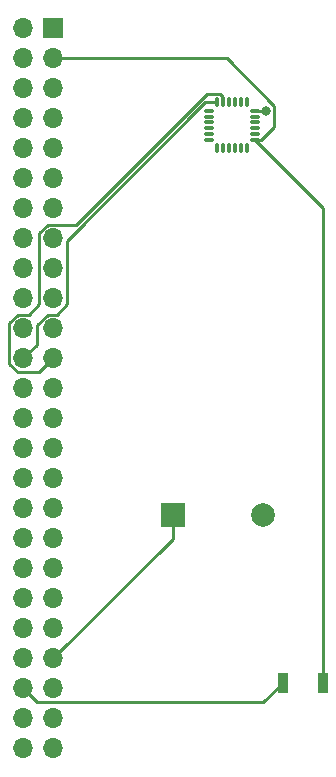
<source format=gbr>
%TF.GenerationSoftware,KiCad,Pcbnew,7.0.1-0*%
%TF.CreationDate,2023-05-31T17:03:07-06:00*%
%TF.ProjectId,STM32f4 Motion Sensor Shield,53544d33-3266-4342-904d-6f74696f6e20,rev?*%
%TF.SameCoordinates,Original*%
%TF.FileFunction,Copper,L1,Top*%
%TF.FilePolarity,Positive*%
%FSLAX46Y46*%
G04 Gerber Fmt 4.6, Leading zero omitted, Abs format (unit mm)*
G04 Created by KiCad (PCBNEW 7.0.1-0) date 2023-05-31 17:03:07*
%MOMM*%
%LPD*%
G01*
G04 APERTURE LIST*
G04 Aperture macros list*
%AMRoundRect*
0 Rectangle with rounded corners*
0 $1 Rounding radius*
0 $2 $3 $4 $5 $6 $7 $8 $9 X,Y pos of 4 corners*
0 Add a 4 corners polygon primitive as box body*
4,1,4,$2,$3,$4,$5,$6,$7,$8,$9,$2,$3,0*
0 Add four circle primitives for the rounded corners*
1,1,$1+$1,$2,$3*
1,1,$1+$1,$4,$5*
1,1,$1+$1,$6,$7*
1,1,$1+$1,$8,$9*
0 Add four rect primitives between the rounded corners*
20,1,$1+$1,$2,$3,$4,$5,0*
20,1,$1+$1,$4,$5,$6,$7,0*
20,1,$1+$1,$6,$7,$8,$9,0*
20,1,$1+$1,$8,$9,$2,$3,0*%
G04 Aperture macros list end*
%TA.AperFunction,SMDPad,CuDef*%
%ADD10RoundRect,0.075000X0.075000X-0.350000X0.075000X0.350000X-0.075000X0.350000X-0.075000X-0.350000X0*%
%TD*%
%TA.AperFunction,SMDPad,CuDef*%
%ADD11RoundRect,0.075000X-0.350000X-0.075000X0.350000X-0.075000X0.350000X0.075000X-0.350000X0.075000X0*%
%TD*%
%TA.AperFunction,SMDPad,CuDef*%
%ADD12R,0.900000X1.700000*%
%TD*%
%TA.AperFunction,ComponentPad*%
%ADD13R,1.700000X1.700000*%
%TD*%
%TA.AperFunction,ComponentPad*%
%ADD14O,1.700000X1.700000*%
%TD*%
%TA.AperFunction,ComponentPad*%
%ADD15C,2.000000*%
%TD*%
%TA.AperFunction,ComponentPad*%
%ADD16R,2.000000X2.000000*%
%TD*%
%TA.AperFunction,ViaPad*%
%ADD17C,0.800000*%
%TD*%
%TA.AperFunction,Conductor*%
%ADD18C,0.250000*%
%TD*%
G04 APERTURE END LIST*
D10*
%TO.P,U1,24,SDA*%
%TO.N,SDA*%
X178000000Y-61250000D03*
%TO.P,U1,23,SCL*%
%TO.N,SCL*%
X178500000Y-61250000D03*
%TO.P,U1,22,RESV*%
%TO.N,unconnected-(U1-RESV-Pad22)*%
X179000000Y-61250000D03*
%TO.P,U1,21,RESV*%
%TO.N,unconnected-(U1-RESV-Pad21)*%
X179500000Y-61250000D03*
%TO.P,U1,20,CPOUT*%
%TO.N,unconnected-(U1-CPOUT-Pad20)*%
X180000000Y-61250000D03*
%TO.P,U1,19,RESV*%
%TO.N,unconnected-(U1-RESV-Pad19)*%
X180500000Y-61250000D03*
D11*
%TO.P,U1,18,GND*%
%TO.N,GND*%
X181200000Y-61950000D03*
%TO.P,U1,17,NC*%
%TO.N,unconnected-(U1-NC-Pad17)*%
X181200000Y-62450000D03*
%TO.P,U1,16,NC*%
%TO.N,unconnected-(U1-NC-Pad16)*%
X181200000Y-62950000D03*
%TO.P,U1,15,NC*%
%TO.N,unconnected-(U1-NC-Pad15)*%
X181200000Y-63450000D03*
%TO.P,U1,14,NC*%
%TO.N,unconnected-(U1-NC-Pad14)*%
X181200000Y-63950000D03*
%TO.P,U1,13,VDD*%
%TO.N,+5V*%
X181200000Y-64450000D03*
D10*
%TO.P,U1,12,INT*%
%TO.N,unconnected-(U1-INT-Pad12)*%
X180500000Y-65150000D03*
%TO.P,U1,11,FSYNC*%
%TO.N,unconnected-(U1-FSYNC-Pad11)*%
X180000000Y-65150000D03*
%TO.P,U1,10,REGOUT*%
%TO.N,unconnected-(U1-REGOUT-Pad10)*%
X179500000Y-65150000D03*
%TO.P,U1,9,AD0*%
%TO.N,unconnected-(U1-AD0-Pad9)*%
X179000000Y-65150000D03*
%TO.P,U1,8,VLOGIC*%
%TO.N,unconnected-(U1-VLOGIC-Pad8)*%
X178500000Y-65150000D03*
%TO.P,U1,7,AUX_CL*%
%TO.N,unconnected-(U1-AUX_CL-Pad7)*%
X178000000Y-65150000D03*
D11*
%TO.P,U1,6,AUX_DA*%
%TO.N,unconnected-(U1-AUX_DA-Pad6)*%
X177300000Y-64450000D03*
%TO.P,U1,5,NC*%
%TO.N,unconnected-(U1-NC-Pad5)*%
X177300000Y-63950000D03*
%TO.P,U1,4,NC*%
%TO.N,unconnected-(U1-NC-Pad4)*%
X177300000Y-63450000D03*
%TO.P,U1,3,NC*%
%TO.N,unconnected-(U1-NC-Pad3)*%
X177300000Y-62950000D03*
%TO.P,U1,2,NC*%
%TO.N,unconnected-(U1-NC-Pad2)*%
X177300000Y-62450000D03*
%TO.P,U1,1,CLKIN*%
%TO.N,unconnected-(U1-CLKIN-Pad1)*%
X177300000Y-61950000D03*
%TD*%
D12*
%TO.P,SW1,2,2*%
%TO.N,Arm_Button*%
X183550000Y-110400000D03*
%TO.P,SW1,1,1*%
%TO.N,+5V*%
X186950000Y-110400000D03*
%TD*%
D13*
%TO.P,J1,1,Pin_1*%
%TO.N,GND*%
X164140000Y-54990000D03*
D14*
%TO.P,J1,2,Pin_2*%
X161600000Y-54990000D03*
%TO.P,J1,3,Pin_3*%
%TO.N,+5V*%
X164140000Y-57530000D03*
%TO.P,J1,4,Pin_4*%
X161600000Y-57530000D03*
%TO.P,J1,5,Pin_5*%
%TO.N,unconnected-(J1-Pin_5-Pad5)*%
X164140000Y-60070000D03*
%TO.P,J1,6,Pin_6*%
%TO.N,unconnected-(J1-Pin_6-Pad6)*%
X161600000Y-60070000D03*
%TO.P,J1,7,Pin_7*%
%TO.N,unconnected-(J1-Pin_7-Pad7)*%
X164140000Y-62610000D03*
%TO.P,J1,8,Pin_8*%
%TO.N,unconnected-(J1-Pin_8-Pad8)*%
X161600000Y-62610000D03*
%TO.P,J1,9,Pin_9*%
%TO.N,unconnected-(J1-Pin_9-Pad9)*%
X164140000Y-65150000D03*
%TO.P,J1,10,Pin_10*%
%TO.N,unconnected-(J1-Pin_10-Pad10)*%
X161600000Y-65150000D03*
%TO.P,J1,11,Pin_11*%
%TO.N,unconnected-(J1-Pin_11-Pad11)*%
X164140000Y-67690000D03*
%TO.P,J1,12,Pin_12*%
%TO.N,unconnected-(J1-Pin_12-Pad12)*%
X161600000Y-67690000D03*
%TO.P,J1,13,Pin_13*%
%TO.N,unconnected-(J1-Pin_13-Pad13)*%
X164140000Y-70230000D03*
%TO.P,J1,14,Pin_14*%
%TO.N,unconnected-(J1-Pin_14-Pad14)*%
X161600000Y-70230000D03*
%TO.P,J1,15,Pin_15*%
%TO.N,unconnected-(J1-Pin_15-Pad15)*%
X164140000Y-72770000D03*
%TO.P,J1,16,Pin_16*%
%TO.N,unconnected-(J1-Pin_16-Pad16)*%
X161600000Y-72770000D03*
%TO.P,J1,17,Pin_17*%
%TO.N,unconnected-(J1-Pin_17-Pad17)*%
X164140000Y-75310000D03*
%TO.P,J1,18,Pin_18*%
%TO.N,unconnected-(J1-Pin_18-Pad18)*%
X161600000Y-75310000D03*
%TO.P,J1,19,Pin_19*%
%TO.N,unconnected-(J1-Pin_19-Pad19)*%
X164140000Y-77850000D03*
%TO.P,J1,20,Pin_20*%
%TO.N,unconnected-(J1-Pin_20-Pad20)*%
X161600000Y-77850000D03*
%TO.P,J1,21,Pin_21*%
%TO.N,unconnected-(J1-Pin_21-Pad21)*%
X164140000Y-80390000D03*
%TO.P,J1,22,Pin_22*%
%TO.N,unconnected-(J1-Pin_22-Pad22)*%
X161600000Y-80390000D03*
%TO.P,J1,23,Pin_23*%
%TO.N,SCL*%
X164140000Y-82930000D03*
%TO.P,J1,24,Pin_24*%
%TO.N,SDA*%
X161600000Y-82930000D03*
%TO.P,J1,25,Pin_25*%
%TO.N,unconnected-(J1-Pin_25-Pad25)*%
X164140000Y-85470000D03*
%TO.P,J1,26,Pin_26*%
%TO.N,unconnected-(J1-Pin_26-Pad26)*%
X161600000Y-85470000D03*
%TO.P,J1,27,Pin_27*%
%TO.N,unconnected-(J1-Pin_27-Pad27)*%
X164140000Y-88010000D03*
%TO.P,J1,28,Pin_28*%
%TO.N,unconnected-(J1-Pin_28-Pad28)*%
X161600000Y-88010000D03*
%TO.P,J1,29,Pin_29*%
%TO.N,unconnected-(J1-Pin_29-Pad29)*%
X164140000Y-90550000D03*
%TO.P,J1,30,Pin_30*%
%TO.N,unconnected-(J1-Pin_30-Pad30)*%
X161600000Y-90550000D03*
%TO.P,J1,31,Pin_31*%
%TO.N,unconnected-(J1-Pin_31-Pad31)*%
X164140000Y-93090000D03*
%TO.P,J1,32,Pin_32*%
%TO.N,unconnected-(J1-Pin_32-Pad32)*%
X161600000Y-93090000D03*
%TO.P,J1,33,Pin_33*%
%TO.N,unconnected-(J1-Pin_33-Pad33)*%
X164140000Y-95630000D03*
%TO.P,J1,34,Pin_34*%
%TO.N,unconnected-(J1-Pin_34-Pad34)*%
X161600000Y-95630000D03*
%TO.P,J1,35,Pin_35*%
%TO.N,unconnected-(J1-Pin_35-Pad35)*%
X164140000Y-98170000D03*
%TO.P,J1,36,Pin_36*%
%TO.N,unconnected-(J1-Pin_36-Pad36)*%
X161600000Y-98170000D03*
%TO.P,J1,37,Pin_37*%
%TO.N,unconnected-(J1-Pin_37-Pad37)*%
X164140000Y-100710000D03*
%TO.P,J1,38,Pin_38*%
%TO.N,unconnected-(J1-Pin_38-Pad38)*%
X161600000Y-100710000D03*
%TO.P,J1,39,Pin_39*%
%TO.N,unconnected-(J1-Pin_39-Pad39)*%
X164140000Y-103250000D03*
%TO.P,J1,40,Pin_40*%
%TO.N,unconnected-(J1-Pin_40-Pad40)*%
X161600000Y-103250000D03*
%TO.P,J1,41,Pin_41*%
%TO.N,unconnected-(J1-Pin_41-Pad41)*%
X164140000Y-105790000D03*
%TO.P,J1,42,Pin_42*%
%TO.N,unconnected-(J1-Pin_42-Pad42)*%
X161600000Y-105790000D03*
%TO.P,J1,43,Pin_43*%
%TO.N,Buzzer*%
X164140000Y-108330000D03*
%TO.P,J1,44,Pin_44*%
%TO.N,unconnected-(J1-Pin_44-Pad44)*%
X161600000Y-108330000D03*
%TO.P,J1,45,Pin_45*%
%TO.N,unconnected-(J1-Pin_45-Pad45)*%
X164140000Y-110870000D03*
%TO.P,J1,46,Pin_46*%
%TO.N,Arm_Button*%
X161600000Y-110870000D03*
%TO.P,J1,47,Pin_47*%
%TO.N,unconnected-(J1-Pin_47-Pad47)*%
X164140000Y-113410000D03*
%TO.P,J1,48,Pin_48*%
%TO.N,unconnected-(J1-Pin_48-Pad48)*%
X161600000Y-113410000D03*
%TO.P,J1,49,Pin_49*%
%TO.N,unconnected-(J1-Pin_49-Pad49)*%
X164140000Y-115950000D03*
%TO.P,J1,50,Pin_50*%
%TO.N,unconnected-(J1-Pin_50-Pad50)*%
X161600000Y-115950000D03*
%TD*%
D15*
%TO.P,BZ1,2,+*%
%TO.N,GND*%
X181850000Y-96200000D03*
D16*
%TO.P,BZ1,1,-*%
%TO.N,Buzzer*%
X174250000Y-96200000D03*
%TD*%
D17*
%TO.N,GND*%
X182107291Y-61995029D03*
%TD*%
D18*
%TO.N,SCL*%
X178500000Y-61250000D02*
X178500000Y-60759315D01*
X162086701Y-79215000D02*
X161113299Y-79215000D01*
X178500000Y-60759315D02*
X178240685Y-60500000D01*
X178240685Y-60500000D02*
X177122919Y-60500000D01*
X177122919Y-60500000D02*
X166027919Y-71595000D01*
X162965000Y-72283299D02*
X162965000Y-78336701D01*
X161113299Y-84105000D02*
X162965000Y-84105000D01*
X166027919Y-71595000D02*
X163653299Y-71595000D01*
X163653299Y-71595000D02*
X162965000Y-72283299D01*
X162965000Y-78336701D02*
X162086701Y-79215000D01*
X161113299Y-79215000D02*
X160425000Y-79903299D01*
X160425000Y-79903299D02*
X160425000Y-83416701D01*
X160425000Y-83416701D02*
X161113299Y-84105000D01*
X162965000Y-84105000D02*
X164140000Y-82930000D01*
%TO.N,SDA*%
X178000000Y-61250000D02*
X177009315Y-61250000D01*
X177009315Y-61250000D02*
X165315000Y-72944315D01*
X165315000Y-72944315D02*
X165315000Y-78336701D01*
X163653299Y-79215000D02*
X162775000Y-80093299D01*
X165315000Y-78336701D02*
X164436701Y-79215000D01*
X162775000Y-80093299D02*
X162775000Y-81755000D01*
X164436701Y-79215000D02*
X163653299Y-79215000D01*
X162775000Y-81755000D02*
X161600000Y-82930000D01*
%TO.N,+5V*%
X181200000Y-64450000D02*
X181690685Y-64450000D01*
X181690685Y-64450000D02*
X182832291Y-63308394D01*
X182832291Y-63308394D02*
X182832291Y-61532291D01*
X182832291Y-61532291D02*
X178830000Y-57530000D01*
X178830000Y-57530000D02*
X164140000Y-57530000D01*
%TO.N,GND*%
X182062262Y-61950000D02*
X182107291Y-61995029D01*
X181200000Y-61950000D02*
X182062262Y-61950000D01*
%TO.N,Buzzer*%
X174250000Y-96200000D02*
X174250000Y-98220000D01*
X174250000Y-98220000D02*
X164140000Y-108330000D01*
%TO.N,+5V*%
X186950000Y-110400000D02*
X186950000Y-70200000D01*
X186950000Y-70200000D02*
X181200000Y-64450000D01*
%TO.N,Arm_Button*%
X183550000Y-110400000D02*
X181905000Y-112045000D01*
X181905000Y-112045000D02*
X162775000Y-112045000D01*
X162775000Y-112045000D02*
X161600000Y-110870000D01*
%TD*%
M02*

</source>
